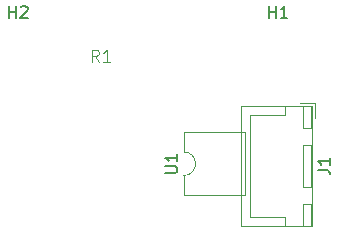
<source format=gbr>
%TF.GenerationSoftware,KiCad,Pcbnew,8.0.2-1*%
%TF.CreationDate,2024-06-03T07:21:58-07:00*%
%TF.ProjectId,Nichrome,4e696368-726f-46d6-952e-6b696361645f,rev?*%
%TF.SameCoordinates,Original*%
%TF.FileFunction,Legend,Top*%
%TF.FilePolarity,Positive*%
%FSLAX46Y46*%
G04 Gerber Fmt 4.6, Leading zero omitted, Abs format (unit mm)*
G04 Created by KiCad (PCBNEW 8.0.2-1) date 2024-06-03 07:21:58*
%MOMM*%
%LPD*%
G01*
G04 APERTURE LIST*
%ADD10C,0.150000*%
%ADD11C,0.100000*%
%ADD12C,0.120000*%
G04 APERTURE END LIST*
D10*
X152838095Y-109454819D02*
X152838095Y-108454819D01*
X152838095Y-108931009D02*
X153409523Y-108931009D01*
X153409523Y-109454819D02*
X153409523Y-108454819D01*
X153838095Y-108550057D02*
X153885714Y-108502438D01*
X153885714Y-108502438D02*
X153980952Y-108454819D01*
X153980952Y-108454819D02*
X154219047Y-108454819D01*
X154219047Y-108454819D02*
X154314285Y-108502438D01*
X154314285Y-108502438D02*
X154361904Y-108550057D01*
X154361904Y-108550057D02*
X154409523Y-108645295D01*
X154409523Y-108645295D02*
X154409523Y-108740533D01*
X154409523Y-108740533D02*
X154361904Y-108883390D01*
X154361904Y-108883390D02*
X153790476Y-109454819D01*
X153790476Y-109454819D02*
X154409523Y-109454819D01*
X179004819Y-122333333D02*
X179719104Y-122333333D01*
X179719104Y-122333333D02*
X179861961Y-122380952D01*
X179861961Y-122380952D02*
X179957200Y-122476190D01*
X179957200Y-122476190D02*
X180004819Y-122619047D01*
X180004819Y-122619047D02*
X180004819Y-122714285D01*
X180004819Y-121333333D02*
X180004819Y-121904761D01*
X180004819Y-121619047D02*
X179004819Y-121619047D01*
X179004819Y-121619047D02*
X179147676Y-121714285D01*
X179147676Y-121714285D02*
X179242914Y-121809523D01*
X179242914Y-121809523D02*
X179290533Y-121904761D01*
D11*
X160433333Y-113157419D02*
X160100000Y-112681228D01*
X159861905Y-113157419D02*
X159861905Y-112157419D01*
X159861905Y-112157419D02*
X160242857Y-112157419D01*
X160242857Y-112157419D02*
X160338095Y-112205038D01*
X160338095Y-112205038D02*
X160385714Y-112252657D01*
X160385714Y-112252657D02*
X160433333Y-112347895D01*
X160433333Y-112347895D02*
X160433333Y-112490752D01*
X160433333Y-112490752D02*
X160385714Y-112585990D01*
X160385714Y-112585990D02*
X160338095Y-112633609D01*
X160338095Y-112633609D02*
X160242857Y-112681228D01*
X160242857Y-112681228D02*
X159861905Y-112681228D01*
X161385714Y-113157419D02*
X160814286Y-113157419D01*
X161100000Y-113157419D02*
X161100000Y-112157419D01*
X161100000Y-112157419D02*
X161004762Y-112300276D01*
X161004762Y-112300276D02*
X160909524Y-112395514D01*
X160909524Y-112395514D02*
X160814286Y-112443133D01*
D10*
X166084819Y-122571904D02*
X166894342Y-122571904D01*
X166894342Y-122571904D02*
X166989580Y-122524285D01*
X166989580Y-122524285D02*
X167037200Y-122476666D01*
X167037200Y-122476666D02*
X167084819Y-122381428D01*
X167084819Y-122381428D02*
X167084819Y-122190952D01*
X167084819Y-122190952D02*
X167037200Y-122095714D01*
X167037200Y-122095714D02*
X166989580Y-122048095D01*
X166989580Y-122048095D02*
X166894342Y-122000476D01*
X166894342Y-122000476D02*
X166084819Y-122000476D01*
X167084819Y-121000476D02*
X167084819Y-121571904D01*
X167084819Y-121286190D02*
X166084819Y-121286190D01*
X166084819Y-121286190D02*
X166227676Y-121381428D01*
X166227676Y-121381428D02*
X166322914Y-121476666D01*
X166322914Y-121476666D02*
X166370533Y-121571904D01*
X174838095Y-109454819D02*
X174838095Y-108454819D01*
X174838095Y-108931009D02*
X175409523Y-108931009D01*
X175409523Y-109454819D02*
X175409523Y-108454819D01*
X176409523Y-109454819D02*
X175838095Y-109454819D01*
X176123809Y-109454819D02*
X176123809Y-108454819D01*
X176123809Y-108454819D02*
X176028571Y-108597676D01*
X176028571Y-108597676D02*
X175933333Y-108692914D01*
X175933333Y-108692914D02*
X175838095Y-108740533D01*
D12*
%TO.C,J1*%
X172490000Y-116940000D02*
X172490000Y-127060000D01*
X172490000Y-127060000D02*
X178460000Y-127060000D01*
X173250000Y-117700000D02*
X173250000Y-122000000D01*
X173250000Y-126300000D02*
X173250000Y-122000000D01*
X176200000Y-116950000D02*
X176200000Y-117700000D01*
X176200000Y-117700000D02*
X173250000Y-117700000D01*
X176200000Y-126300000D02*
X173250000Y-126300000D01*
X176200000Y-127050000D02*
X176200000Y-126300000D01*
X177700000Y-116950000D02*
X177700000Y-118750000D01*
X177700000Y-118750000D02*
X178450000Y-118750000D01*
X177700000Y-120250000D02*
X177700000Y-123750000D01*
X177700000Y-123750000D02*
X178450000Y-123750000D01*
X177700000Y-125250000D02*
X177700000Y-127050000D01*
X177700000Y-127050000D02*
X178450000Y-127050000D01*
X178450000Y-116950000D02*
X177700000Y-116950000D01*
X178450000Y-118750000D02*
X178450000Y-116950000D01*
X178450000Y-120250000D02*
X177700000Y-120250000D01*
X178450000Y-123750000D02*
X178450000Y-120250000D01*
X178450000Y-125250000D02*
X177700000Y-125250000D01*
X178450000Y-127050000D02*
X178450000Y-125250000D01*
X178460000Y-116940000D02*
X172490000Y-116940000D01*
X178460000Y-127060000D02*
X178460000Y-116940000D01*
X178750000Y-116650000D02*
X177500000Y-116650000D01*
X178750000Y-117900000D02*
X178750000Y-116650000D01*
%TO.C,U1*%
X167630000Y-119160000D02*
X167630000Y-120810000D01*
X167630000Y-122810000D02*
X167630000Y-124460000D01*
X167630000Y-124460000D02*
X172830000Y-124460000D01*
X172830000Y-119160000D02*
X167630000Y-119160000D01*
X172830000Y-124460000D02*
X172830000Y-119160000D01*
X167630000Y-120810000D02*
G75*
G02*
X167630000Y-122810000I0J-1000000D01*
G01*
%TD*%
M02*

</source>
